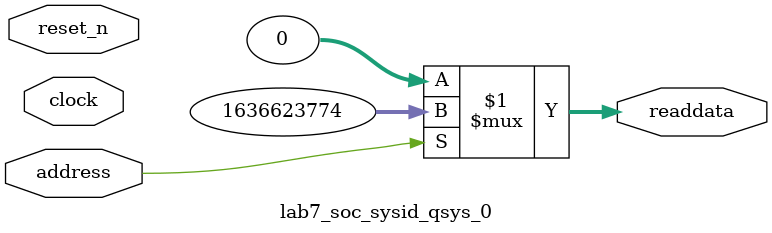
<source format=v>



// synthesis translate_off
`timescale 1ns / 1ps
// synthesis translate_on

// turn off superfluous verilog processor warnings 
// altera message_level Level1 
// altera message_off 10034 10035 10036 10037 10230 10240 10030 

module lab7_soc_sysid_qsys_0 (
               // inputs:
                address,
                clock,
                reset_n,

               // outputs:
                readdata
             )
;

  output  [ 31: 0] readdata;
  input            address;
  input            clock;
  input            reset_n;

  wire    [ 31: 0] readdata;
  //control_slave, which is an e_avalon_slave
  assign readdata = address ? 1636623774 : 0;

endmodule



</source>
